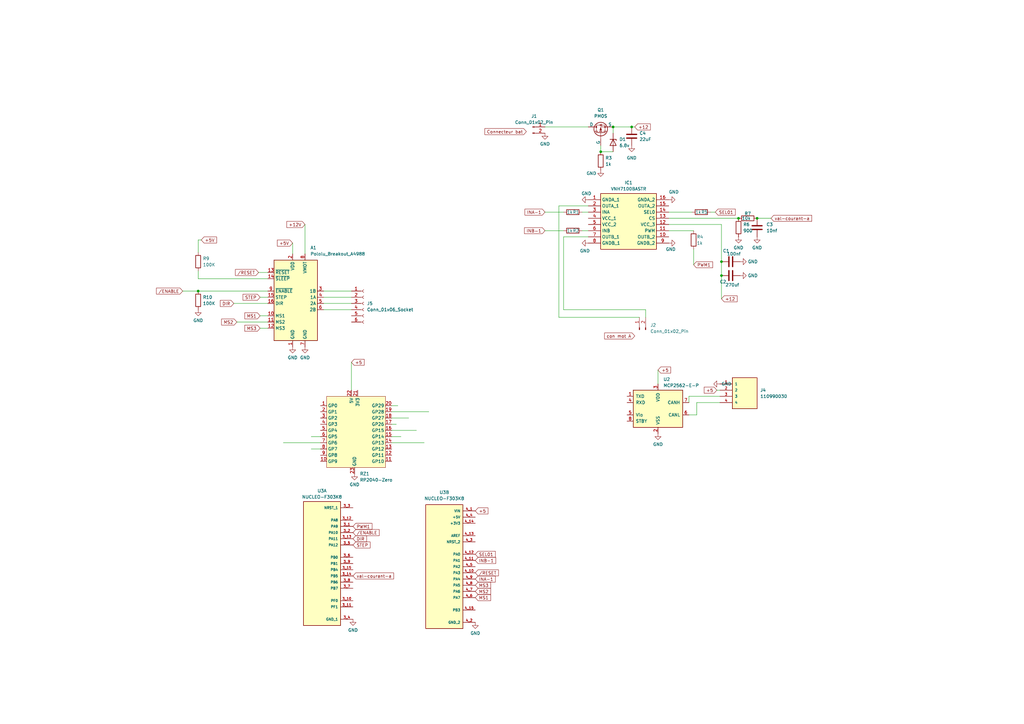
<source format=kicad_sch>
(kicad_sch (version 20230121) (generator eeschema)
  (paper "A3")
  (lib_symbols
    (symbol "110990030:110990030" (pin_names (offset 1.016))
      (property "Reference" "J" (at -5.08 5.842 0))
      (property "Value" "110990030" (at -5.08 -8.382 0))
      (symbol "110990030_0_0"
        (rectangle (start -5.08 -7.62) (end 5.08 5.08) (stroke (width 0.254)) (fill (type background)))
        (pin passive line (at -10.16 2.54 0) (length 5.08) (name "1") (number "1"))
        (pin passive line (at -10.16 0 0) (length 5.08) (name "2") (number "2"))
        (pin passive line (at -10.16 -2.54 0) (length 5.08) (name "3") (number "3"))
        (pin passive line (at -10.16 -5.08 0) (length 5.08) (name "4") (number "4"))
      )
    )
    (symbol "Connector:Conn_01x02_Pin" (pin_names (offset 1.016) hide)
      (property "Reference" "J" (at 0 2.54 0))
      (property "Value" "Conn_01x02_Pin" (at 0 -5.08 0))
      (symbol "Conn_01x02_Pin_1_1"
        (polyline (pts (xy 1.27 -2.54) (xy 0.8636 -2.54)) (stroke (width 0.1524)))
        (polyline (pts (xy 1.27 0) (xy 0.8636 0)) (stroke (width 0.1524)))
        (rectangle (start 0.8636 -2.413) (end 0 -2.667) (stroke (width 0.1524)) (fill (type outline)))
        (rectangle (start 0.8636 0.127) (end 0 -0.127) (stroke (width 0.1524)) (fill (type outline)))
        (pin passive line (at 5.08 0 180) (length 3.81) (name "Pin_1") (number "1"))
        (pin passive line (at 5.08 -2.54 180) (length 3.81) (name "Pin_2") (number "2"))
      )
    )
    (symbol "Connector:Conn_01x06_Socket" (pin_names (offset 1.016) hide)
      (property "Reference" "J" (at 0 7.62 0))
      (property "Value" "Conn_01x06_Socket" (at 0 -10.16 0))
      (symbol "Conn_01x06_Socket_1_1"
        (arc (start 0 -7.112) (mid -0.5058 -7.62) (end 0 -8.128) (stroke (width 0.1524)))
        (arc (start 0 -4.572) (mid -0.5058 -5.08) (end 0 -5.588) (stroke (width 0.1524)))
        (arc (start 0 -2.032) (mid -0.5058 -2.54) (end 0 -3.048) (stroke (width 0.1524)))
        (polyline (pts (xy -1.27 -7.62) (xy -0.508 -7.62)) (stroke (width 0.1524)))
        (polyline (pts (xy -1.27 -5.08) (xy -0.508 -5.08)) (stroke (width 0.1524)))
        (polyline (pts (xy -1.27 -2.54) (xy -0.508 -2.54)) (stroke (width 0.1524)))
        (polyline (pts (xy -1.27 0) (xy -0.508 0)) (stroke (width 0.1524)))
        (polyline (pts (xy -1.27 2.54) (xy -0.508 2.54)) (stroke (width 0.1524)))
        (polyline (pts (xy -1.27 5.08) (xy -0.508 5.08)) (stroke (width 0.1524)))
        (arc (start 0 0.508) (mid -0.5058 0) (end 0 -0.508) (stroke (width 0.1524)))
        (arc (start 0 3.048) (mid -0.5058 2.54) (end 0 2.032) (stroke (width 0.1524)))
        (arc (start 0 5.588) (mid -0.5058 5.08) (end 0 4.572) (stroke (width 0.1524)))
        (pin passive line (at -5.08 5.08 0) (length 3.81) (name "Pin_1") (number "1"))
        (pin passive line (at -5.08 2.54 0) (length 3.81) (name "Pin_2") (number "2"))
        (pin passive line (at -5.08 0 0) (length 3.81) (name "Pin_3") (number "3"))
        (pin passive line (at -5.08 -2.54 0) (length 3.81) (name "Pin_4") (number "4"))
        (pin passive line (at -5.08 -5.08 0) (length 3.81) (name "Pin_5") (number "5"))
        (pin passive line (at -5.08 -7.62 0) (length 3.81) (name "Pin_6") (number "6"))
      )
    )
    (symbol "Device:C" (pin_numbers hide) (pin_names (offset 0.254))
      (property "Reference" "C" (at 0.635 2.54 0))
      (property "Value" "C" (at 0.635 -2.54 0))
      (symbol "C_0_1"
        (polyline (pts (xy -2.032 -0.762) (xy 2.032 -0.762)) (stroke (width 0.508)))
        (polyline (pts (xy -2.032 0.762) (xy 2.032 0.762)) (stroke (width 0.508)))
      )
      (symbol "C_1_1"
        (pin passive line (at 0 3.81 270) (length 2.794) (name "~") (number "1"))
        (pin passive line (at 0 -3.81 90) (length 2.794) (name "~") (number "2"))
      )
    )
    (symbol "Device:D_Zener" (pin_numbers hide) (pin_names (offset 1.016) hide)
      (property "Reference" "D" (at 0 2.54 0))
      (property "Value" "D_Zener" (at 0 -2.54 0))
      (symbol "D_Zener_0_1"
        (polyline (pts (xy 1.27 0) (xy -1.27 0)))
        (polyline (pts (xy -1.27 -1.27) (xy -1.27 1.27) (xy -0.762 1.27)) (stroke (width 0.254)))
        (polyline (pts (xy 1.27 -1.27) (xy 1.27 1.27) (xy -1.27 0) (xy 1.27 -1.27)) (stroke (width 0.254)))
      )
      (symbol "D_Zener_1_1"
        (pin passive line (at -3.81 0 0) (length 2.54) (name "K") (number "1"))
        (pin passive line (at 3.81 0 180) (length 2.54) (name "A") (number "2"))
      )
    )
    (symbol "Device:R" (pin_numbers hide) (pin_names (offset 0))
      (property "Reference" "R" (at 2.032 0 90))
      (property "Value" "R" (at 0 0 90))
      (symbol "R_0_1"
        (rectangle (start -1.016 -2.54) (end 1.016 2.54) (stroke (width 0.254)))
      )
      (symbol "R_1_1"
        (pin passive line (at 0 3.81 270) (length 1.27) (name "~") (number "1"))
        (pin passive line (at 0 -3.81 90) (length 1.27) (name "~") (number "2"))
      )
    )
    (symbol "Driver_Motor:Pololu_Breakout_A4988"
      (property "Reference" "A" (at -2.54 19.05 0))
      (property "Value" "Pololu_Breakout_A4988" (at -2.54 16.51 0))
      (symbol "Pololu_Breakout_A4988_0_1"
        (rectangle (start 10.16 -17.78) (end -7.62 15.24) (stroke (width 0.254)) (fill (type background)))
      )
      (symbol "Pololu_Breakout_A4988_1_1"
        (pin power_in line (at 0 -20.32 90) (length 2.54) (name "GND") (number "1"))
        (pin input line (at -10.16 -7.62 0) (length 2.54) (name "MS1") (number "10"))
        (pin input line (at -10.16 -10.16 0) (length 2.54) (name "MS2") (number "11"))
        (pin input line (at -10.16 -12.7 0) (length 2.54) (name "MS3") (number "12"))
        (pin input line (at -10.16 10.16 0) (length 2.54) (name "~{RESET}") (number "13"))
        (pin input line (at -10.16 7.62 0) (length 2.54) (name "~{SLEEP}") (number "14"))
        (pin input line (at -10.16 0 0) (length 2.54) (name "STEP") (number "15"))
        (pin input line (at -10.16 -2.54 0) (length 2.54) (name "DIR") (number "16"))
        (pin power_in line (at 0 17.78 270) (length 2.54) (name "VDD") (number "2"))
        (pin output line (at 12.7 2.54 180) (length 2.54) (name "1B") (number "3"))
        (pin output line (at 12.7 0 180) (length 2.54) (name "1A") (number "4"))
        (pin output line (at 12.7 -2.54 180) (length 2.54) (name "2A") (number "5"))
        (pin output line (at 12.7 -5.08 180) (length 2.54) (name "2B") (number "6"))
        (pin power_in line (at 5.08 -20.32 90) (length 2.54) (name "GND") (number "7"))
        (pin power_in line (at 5.08 17.78 270) (length 2.54) (name "VMOT") (number "8"))
        (pin input line (at -10.16 2.54 0) (length 2.54) (name "~{ENABLE}") (number "9"))
      )
    )
    (symbol "Interface_CAN_LIN:MCP2562-E-P" (pin_names (offset 1.016))
      (property "Reference" "U" (at -10.16 8.89 0))
      (property "Value" "MCP2562-E-P" (at 2.54 8.89 0))
      (symbol "MCP2562-E-P_0_1"
        (rectangle (start -10.16 7.62) (end 10.16 -7.62) (stroke (width 0.254)) (fill (type background)))
      )
      (symbol "MCP2562-E-P_1_1"
        (pin input line (at -12.7 5.08 0) (length 2.54) (name "TXD") (number "1"))
        (pin power_in line (at 0 -10.16 90) (length 2.54) (name "VSS") (number "2"))
        (pin power_in line (at 0 10.16 270) (length 2.54) (name "VDD") (number "3"))
        (pin output line (at -12.7 2.54 0) (length 2.54) (name "RXD") (number "4"))
        (pin power_in line (at -12.7 -2.54 0) (length 2.54) (name "Vio") (number "5"))
        (pin bidirectional line (at 12.7 -2.54 180) (length 2.54) (name "CANL") (number "6"))
        (pin bidirectional line (at 12.7 2.54 180) (length 2.54) (name "CANH") (number "7"))
        (pin input line (at -12.7 -5.08 0) (length 2.54) (name "STBY") (number "8"))
      )
    )
    (symbol "NUCLEO-F303K8:NUCLEO-F303K8" (pin_names (offset 1.016))
      (property "Reference" "U" (at -7.6292 25.9456 0))
      (property "Value" "NUCLEO-F303K8" (at -7.6233 -27.7005 0))
      (symbol "NUCLEO-F303K8_1_0"
        (rectangle (start -7.62 -25.4) (end 7.62 25.4) (stroke (width 0.254)) (fill (type background)))
        (pin bidirectional line (at 12.7 15.24 180) (length 5.08) (name "PA9") (number "3_1"))
        (pin bidirectional line (at 12.7 -15.24 180) (length 5.08) (name "PF0") (number "3_10"))
        (pin bidirectional line (at 12.7 -17.78 180) (length 5.08) (name "PF1") (number "3_11"))
        (pin bidirectional line (at 12.7 17.78 180) (length 5.08) (name "PA8") (number "3_12"))
        (pin bidirectional line (at 12.7 10.16 180) (length 5.08) (name "PA11") (number "3_13"))
        (pin bidirectional line (at 12.7 -5.08 180) (length 5.08) (name "PB5") (number "3_14"))
        (pin bidirectional line (at 12.7 -2.54 180) (length 5.08) (name "PB4") (number "3_15"))
        (pin bidirectional line (at 12.7 12.7 180) (length 5.08) (name "PA10") (number "3_2"))
        (pin bidirectional line (at 12.7 22.86 180) (length 5.08) (name "NRST_1") (number "3_3"))
        (pin power_in line (at 12.7 -22.86 180) (length 5.08) (name "GND_1") (number "3_4"))
        (pin bidirectional line (at 12.7 7.62 180) (length 5.08) (name "PA12") (number "3_5"))
        (pin bidirectional line (at 12.7 2.54 180) (length 5.08) (name "PB0") (number "3_6"))
        (pin bidirectional line (at 12.7 -10.16 180) (length 5.08) (name "PB7") (number "3_7"))
        (pin bidirectional line (at 12.7 -7.62 180) (length 5.08) (name "PB6") (number "3_8"))
        (pin bidirectional line (at 12.7 0 180) (length 5.08) (name "PB1") (number "3_9"))
      )
      (symbol "NUCLEO-F303K8_2_0"
        (rectangle (start -7.62 -25.4) (end 7.62 25.4) (stroke (width 0.254)) (fill (type background)))
        (pin power_in line (at 12.7 22.86 180) (length 5.08) (name "VIN") (number "4_1"))
        (pin bidirectional line (at 12.7 -2.54 180) (length 5.08) (name "PA3") (number "4_10"))
        (pin bidirectional line (at 12.7 2.54 180) (length 5.08) (name "PA1") (number "4_11"))
        (pin bidirectional line (at 12.7 5.08 180) (length 5.08) (name "PA0") (number "4_12"))
        (pin bidirectional line (at 12.7 12.7 180) (length 5.08) (name "AREF") (number "4_13"))
        (pin power_in line (at 12.7 17.78 180) (length 5.08) (name "+3V3") (number "4_14"))
        (pin bidirectional line (at 12.7 -17.78 180) (length 5.08) (name "PB3") (number "4_15"))
        (pin power_in line (at 12.7 -22.86 180) (length 5.08) (name "GND_2") (number "4_2"))
        (pin bidirectional line (at 12.7 10.16 180) (length 5.08) (name "NRST_2") (number "4_3"))
        (pin power_in line (at 12.7 20.32 180) (length 5.08) (name "+5V") (number "4_4"))
        (pin bidirectional line (at 12.7 0 180) (length 5.08) (name "PA2") (number "4_5"))
        (pin bidirectional line (at 12.7 -12.7 180) (length 5.08) (name "PA7") (number "4_6"))
        (pin bidirectional line (at 12.7 -10.16 180) (length 5.08) (name "PA6") (number "4_7"))
        (pin bidirectional line (at 12.7 -7.62 180) (length 5.08) (name "PA5") (number "4_8"))
        (pin bidirectional line (at 12.7 -5.08 180) (length 5.08) (name "PA4") (number "4_9"))
      )
    )
    (symbol "Simulation_SPICE:PMOS" (pin_numbers hide) (pin_names (offset 0))
      (property "Reference" "Q" (at 5.08 1.27 0))
      (property "Value" "PMOS" (at 5.08 -1.27 0))
      (symbol "PMOS_0_1"
        (polyline (pts (xy 0.254 0) (xy -2.54 0)))
        (polyline (pts (xy 0.254 1.905) (xy 0.254 -1.905)) (stroke (width 0.254)))
        (polyline (pts (xy 0.762 -1.27) (xy 0.762 -2.286)) (stroke (width 0.254)))
        (polyline (pts (xy 0.762 0.508) (xy 0.762 -0.508)) (stroke (width 0.254)))
        (polyline (pts (xy 0.762 2.286) (xy 0.762 1.27)) (stroke (width 0.254)))
        (polyline (pts (xy 2.54 2.54) (xy 2.54 1.778)))
        (polyline (pts (xy 2.54 -2.54) (xy 2.54 0) (xy 0.762 0)))
        (polyline (pts (xy 0.762 1.778) (xy 3.302 1.778) (xy 3.302 -1.778) (xy 0.762 -1.778)))
        (polyline (pts (xy 2.286 0) (xy 1.27 0.381) (xy 1.27 -0.381) (xy 2.286 0)) (fill (type outline)))
        (polyline (pts (xy 2.794 -0.508) (xy 2.921 -0.381) (xy 3.683 -0.381) (xy 3.81 -0.254)))
        (polyline (pts (xy 3.302 -0.381) (xy 2.921 0.254) (xy 3.683 0.254) (xy 3.302 -0.381)))
        (circle (center 1.651 0) (radius 2.794) (stroke (width 0.254)))
        (circle (center 2.54 -1.778) (radius 0.254) (fill (type outline)))
        (circle (center 2.54 1.778) (radius 0.254) (fill (type outline)))
      )
      (symbol "PMOS_1_1"
        (pin passive line (at 2.54 5.08 270) (length 2.54) (name "D") (number "1"))
        (pin input line (at -5.08 0 0) (length 2.54) (name "G") (number "2"))
        (pin passive line (at 2.54 -5.08 90) (length 2.54) (name "S") (number "3"))
      )
    )
    (symbol "VNH7100BASTR:VNH7100BASTR"
      (property "Reference" "IC" (at 29.21 7.62 0))
      (property "Value" "VNH7100BASTR" (at 29.21 5.08 0))
      (symbol "VNH7100BASTR_1_1"
        (rectangle (start 5.08 2.54) (end 27.94 -20.32) (stroke (width 0.254)) (fill (type background)))
        (pin passive line (at 0 0 0) (length 5.08) (name "GNDA_1") (number "1"))
        (pin passive line (at 33.02 -15.24 180) (length 5.08) (name "OUTB_2") (number "10"))
        (pin passive line (at 33.02 -12.7 180) (length 5.08) (name "PWM") (number "11"))
        (pin passive line (at 33.02 -10.16 180) (length 5.08) (name "VCC_3") (number "12"))
        (pin passive line (at 33.02 -7.62 180) (length 5.08) (name "CS") (number "13"))
        (pin passive line (at 33.02 -5.08 180) (length 5.08) (name "SEL0") (number "14"))
        (pin passive line (at 33.02 -2.54 180) (length 5.08) (name "OUTA_2") (number "15"))
        (pin passive line (at 33.02 0 180) (length 5.08) (name "GNDA_2") (number "16"))
        (pin passive line (at 0 -2.54 0) (length 5.08) (name "OUTA_1") (number "2"))
        (pin passive line (at 0 -5.08 0) (length 5.08) (name "INA") (number "3"))
        (pin passive line (at 0 -7.62 0) (length 5.08) (name "VCC_1") (number "4"))
        (pin passive line (at 0 -10.16 0) (length 5.08) (name "VCC_2") (number "5"))
        (pin passive line (at 0 -12.7 0) (length 5.08) (name "INB") (number "6"))
        (pin passive line (at 0 -15.24 0) (length 5.08) (name "OUTB_1") (number "7"))
        (pin passive line (at 0 -17.78 0) (length 5.08) (name "GNDB_1") (number "8"))
        (pin passive line (at 33.02 -17.78 180) (length 5.08) (name "GNDB_2") (number "9"))
      )
    )
    (symbol "power:GND" (power) (pin_names (offset 0))
      (property "Value" "GND" (at 0 -3.81 0))
      (symbol "GND_0_1"
        (polyline (pts (xy 0 0) (xy 0 -1.27) (xy 1.27 -1.27) (xy 0 -2.54) (xy -1.27 -1.27) (xy 0 -1.27)))
      )
      (symbol "GND_1_1"
        (pin power_in line (at 0 0 270) (length 0) hide (name "GND") (number "1"))
      )
    )
    (symbol "rp2040-zero:RP2040-Zero"
      (property "Reference" "RZ" (at 0 0 0))
      (property "Value" "RP2040-Zero" (at 0 -2.54 0))
      (symbol "RP2040-Zero_0_1"
        (rectangle (start -11.43 -15.24) (end 12.7 13.97) (fill (type background)))
      )
      (symbol "RP2040-Zero_1_1"
        (pin bidirectional line (at -13.97 10.16 0) (length 2.54) (name "GP0") (number "1"))
        (pin bidirectional line (at -13.97 -12.7 0) (length 2.54) (name "GP9") (number "10"))
        (pin bidirectional line (at 15.24 -12.7 180) (length 2.54) (name "GP10") (number "11"))
        (pin bidirectional line (at 15.24 -10.16 180) (length 2.54) (name "GP11") (number "12"))
        (pin bidirectional line (at 15.24 -7.62 180) (length 2.54) (name "GP12") (number "13"))
        (pin bidirectional line (at 15.24 -5.08 180) (length 2.54) (name "GP13") (number "14"))
        (pin bidirectional line (at 15.24 -2.54 180) (length 2.54) (name "GP14") (number "15"))
        (pin bidirectional line (at 15.24 0 180) (length 2.54) (name "GP15") (number "16"))
        (pin bidirectional line (at 15.24 2.54 180) (length 2.54) (name "GP26") (number "17"))
        (pin bidirectional line (at 15.24 5.08 180) (length 2.54) (name "GP27") (number "18"))
        (pin bidirectional line (at 15.24 7.62 180) (length 2.54) (name "GP28") (number "19"))
        (pin bidirectional line (at -13.97 7.62 0) (length 2.54) (name "GP1") (number "2"))
        (pin bidirectional line (at 15.24 10.16 180) (length 2.54) (name "GP29") (number "20"))
        (pin power_in line (at 1.27 16.51 270) (length 2.54) (name "3V3") (number "21"))
        (pin power_in line (at -1.27 16.51 270) (length 2.54) (name "5V") (number "22"))
        (pin power_in line (at 0 -17.78 90) (length 2.54) (name "GND") (number "23"))
        (pin bidirectional line (at -13.97 5.08 0) (length 2.54) (name "GP2") (number "3"))
        (pin bidirectional line (at -13.97 2.54 0) (length 2.54) (name "GP3") (number "4"))
        (pin bidirectional line (at -13.97 0 0) (length 2.54) (name "GP4") (number "5"))
        (pin bidirectional line (at -13.97 -2.54 0) (length 2.54) (name "GP5") (number "6"))
        (pin bidirectional line (at -13.97 -5.08 0) (length 2.54) (name "GP6") (number "7"))
        (pin bidirectional line (at -13.97 -7.62 0) (length 2.54) (name "GP7") (number "8"))
        (pin bidirectional line (at -13.97 -10.16 0) (length 2.54) (name "GP8") (number "9"))
      )
    )
  )
  (junction (at 310.515 89.535))
  (junction (at 302.895 89.535))
  (junction (at 259.08 52.07))
  (junction (at 295.91 113.03))
  (junction (at 246.38 62.23))
  (junction (at 81.28 119.38))
  (junction (at 295.91 107.315))
  (junction (at 251.46 52.07))
  (wire (pts (xy 81.28 111.125) (xy 81.28 114.3)))
  (wire (pts (xy 132.715 121.92) (xy 144.145 121.92)))
  (wire (pts (xy 127.635 184.15) (xy 131.445 184.15)))
  (wire (pts (xy 164.465 179.07) (xy 160.655 179.07)))
  (wire (pts (xy 170.815 176.53) (xy 160.655 176.53)))
  (wire (pts (xy 175.895 168.91) (xy 160.655 168.91)))
  (wire (pts (xy 259.08 52.07) (xy 260.35 52.07)))
  (wire (pts (xy 246.38 62.23) (xy 246.38 59.69)))
  (wire (pts (xy 223.52 86.995) (xy 231.14 86.995)))
  (wire (pts (xy 284.48 102.235) (xy 284.48 108.585)))
  (wire (pts (xy 132.715 127) (xy 144.145 127)))
  (wire (pts (xy 106.68 134.62) (xy 109.855 134.62)))
  (wire (pts (xy 223.52 52.07) (xy 241.3 52.07)))
  (wire (pts (xy 274.32 89.535) (xy 302.895 89.535)))
  (wire (pts (xy 241.3 84.455) (xy 229.235 84.455)))
  (wire (pts (xy 120.015 99.695) (xy 120.015 104.14)))
  (wire (pts (xy 125.095 92.075) (xy 125.095 104.14)))
  (wire (pts (xy 274.32 86.995) (xy 283.845 86.995)))
  (wire (pts (xy 285.75 170.18) (xy 285.75 165.1)))
  (wire (pts (xy 163.195 166.37) (xy 160.655 166.37)))
  (wire (pts (xy 291.465 86.995) (xy 293.37 86.995)))
  (wire (pts (xy 282.575 165.1) (xy 282.575 162.56)))
  (wire (pts (xy 269.875 151.765) (xy 269.875 157.48)))
  (wire (pts (xy 229.235 84.455) (xy 229.235 130.175)))
  (wire (pts (xy 81.28 114.3) (xy 109.855 114.3)))
  (wire (pts (xy 106.68 121.92) (xy 109.855 121.92)))
  (wire (pts (xy 251.46 52.07) (xy 251.46 54.61)))
  (wire (pts (xy 246.38 62.23) (xy 251.46 62.23)))
  (wire (pts (xy 282.575 162.56) (xy 295.275 162.56)))
  (wire (pts (xy 116.205 181.61) (xy 131.445 181.61)))
  (wire (pts (xy 295.91 113.03) (xy 295.91 122.555)))
  (wire (pts (xy 238.76 86.995) (xy 241.3 86.995)))
  (wire (pts (xy 295.91 92.075) (xy 295.91 107.315)))
  (wire (pts (xy 97.155 132.08) (xy 109.855 132.08)))
  (wire (pts (xy 285.75 165.1) (xy 295.275 165.1)))
  (wire (pts (xy 295.275 160.02) (xy 294.005 160.02)))
  (wire (pts (xy 274.32 94.615) (xy 284.48 94.615)))
  (wire (pts (xy 81.28 103.505) (xy 81.28 98.425)))
  (wire (pts (xy 144.145 148.59) (xy 144.145 160.02)))
  (wire (pts (xy 106.045 111.76) (xy 109.855 111.76)))
  (wire (pts (xy 106.68 129.54) (xy 109.855 129.54)))
  (wire (pts (xy 132.715 124.46) (xy 144.145 124.46)))
  (wire (pts (xy 264.795 127) (xy 264.795 130.175)))
  (wire (pts (xy 231.14 97.155) (xy 231.14 127)))
  (wire (pts (xy 274.32 92.075) (xy 295.91 92.075)))
  (wire (pts (xy 231.14 127) (xy 264.795 127)))
  (wire (pts (xy 241.3 97.155) (xy 231.14 97.155)))
  (wire (pts (xy 95.885 124.46) (xy 109.855 124.46)))
  (wire (pts (xy 251.46 52.07) (xy 259.08 52.07)))
  (wire (pts (xy 282.575 170.18) (xy 285.75 170.18)))
  (wire (pts (xy 81.28 98.425) (xy 82.55 98.425)))
  (wire (pts (xy 223.52 94.615) (xy 231.14 94.615)))
  (wire (pts (xy 229.235 130.175) (xy 262.255 130.175)))
  (wire (pts (xy 238.76 94.615) (xy 241.3 94.615)))
  (wire (pts (xy 162.56 173.99) (xy 160.655 173.99)))
  (wire (pts (xy 81.28 119.38) (xy 109.855 119.38)))
  (wire (pts (xy 127.635 179.07) (xy 131.445 179.07)))
  (wire (pts (xy 132.715 119.38) (xy 144.145 119.38)))
  (wire (pts (xy 310.515 89.535) (xy 316.23 89.535)))
  (wire (pts (xy 74.93 119.38) (xy 81.28 119.38)))
  (wire (pts (xy 173.99 181.61) (xy 160.655 181.61)))
  (wire (pts (xy 295.91 107.315) (xy 295.91 113.03)))
  (wire (pts (xy 167.64 171.45) (xy 160.655 171.45)))
  (global_label "MS3" (shape input) (at 106.68 134.62 180) (property "Intersheetrefs" "${INTERSHEET_REFS}" (effects hide)))
  (global_label "INA-1" (shape input) (at 223.52 86.995 180) (property "Intersheetrefs" "${INTERSHEET_REFS}" (effects hide)))
  (global_label "INA-1" (shape input) (at 194.945 237.49 0) (property "Intersheetrefs" "${INTERSHEET_REFS}" (effects hide)))
  (global_label "MS2" (shape input) (at 97.155 132.08 180) (property "Intersheetrefs" "${INTERSHEET_REFS}" (effects hide)))
  (global_label "SEL01" (shape input) (at 194.945 227.33 0) (property "Intersheetrefs" "${INTERSHEET_REFS}" (effects hide)))
  (global_label "val-courant-a" (shape input) (at 316.23 89.535 0) (property "Intersheetrefs" "${INTERSHEET_REFS}" (effects hide)))
  (global_label "{slash}ENABLE" (shape input) (at 144.78 218.44 0) (property "Intersheetrefs" "${INTERSHEET_REFS}" (effects hide)))
  (global_label "MS2" (shape input) (at 194.945 242.57 0) (property "Intersheetrefs" "${INTERSHEET_REFS}" (effects hide)))
  (global_label "{slash}ENABLE" (shape input) (at 74.93 119.38 180) (property "Intersheetrefs" "${INTERSHEET_REFS}" (effects hide)))
  (global_label "{slash}RESET" (shape input) (at 194.945 234.95 0) (property "Intersheetrefs" "${INTERSHEET_REFS}" (effects hide)))
  (global_label "INB-1" (shape input) (at 223.52 94.615 180) (property "Intersheetrefs" "${INTERSHEET_REFS}" (effects hide)))
  (global_label "+5" (shape input) (at 144.145 148.59 0) (property "Intersheetrefs" "${INTERSHEET_REFS}" (effects hide)))
  (global_label "+5V" (shape input) (at 82.55 98.425 0) (property "Intersheetrefs" "${INTERSHEET_REFS}" (effects hide)))
  (global_label "INB-1" (shape input) (at 194.945 229.87 0) (property "Intersheetrefs" "${INTERSHEET_REFS}" (effects hide)))
  (global_label "val-courant-a" (shape input) (at 144.78 236.22 0) (property "Intersheetrefs" "${INTERSHEET_REFS}" (effects hide)))
  (global_label "PWM1" (shape input) (at 144.78 215.9 0) (property "Intersheetrefs" "${INTERSHEET_REFS}" (effects hide)))
  (global_label "+5V" (shape input) (at 120.015 99.695 180) (property "Intersheetrefs" "${INTERSHEET_REFS}" (effects hide)))
  (global_label "+5" (shape input) (at 269.875 151.765 0) (property "Intersheetrefs" "${INTERSHEET_REFS}" (effects hide)))
  (global_label "MS3" (shape input) (at 194.945 240.03 0) (property "Intersheetrefs" "${INTERSHEET_REFS}" (effects hide)))
  (global_label "+12" (shape input) (at 295.91 122.555 0) (property "Intersheetrefs" "${INTERSHEET_REFS}" (effects hide)))
  (global_label "+12" (shape input) (at 260.35 52.07 0) (property "Intersheetrefs" "${INTERSHEET_REFS}" (effects hide)))
  (global_label "+12V" (shape input) (at 125.095 92.075 180) (property "Intersheetrefs" "${INTERSHEET_REFS}" (effects hide)))
  (global_label "con mot A" (shape input) (at 260.35 137.795 180) (property "Intersheetrefs" "${INTERSHEET_REFS}" (effects hide)))
  (global_label "SEL01" (shape input) (at 293.37 86.995 0) (property "Intersheetrefs" "${INTERSHEET_REFS}" (effects hide)))
  (global_label "STEP" (shape input) (at 106.68 121.92 180) (property "Intersheetrefs" "${INTERSHEET_REFS}" (effects hide)))
  (global_label "MS1" (shape input) (at 194.945 245.11 0) (property "Intersheetrefs" "${INTERSHEET_REFS}" (effects hide)))
  (global_label "STEP" (shape input) (at 144.78 223.52 0) (property "Intersheetrefs" "${INTERSHEET_REFS}" (effects hide)))
  (global_label "+5" (shape input) (at 194.945 209.55 0) (property "Intersheetrefs" "${INTERSHEET_REFS}" (effects hide)))
  (global_label "{slash}RESET" (shape input) (at 106.045 111.76 180) (property "Intersheetrefs" "${INTERSHEET_REFS}" (effects hide)))
  (global_label "MS1" (shape input) (at 106.68 129.54 180) (property "Intersheetrefs" "${INTERSHEET_REFS}" (effects hide)))
  (global_label "Connecteur bat" (shape input) (at 215.9 53.975 180) (property "Intersheetrefs" "${INTERSHEET_REFS}" (effects hide)))
  (global_label "PWM1" (shape input) (at 284.48 108.585 0) (property "Intersheetrefs" "${INTERSHEET_REFS}" (effects hide)))
  (global_label "DIR" (shape input) (at 144.78 220.98 0) (property "Intersheetrefs" "${INTERSHEET_REFS}" (effects hide)))
  (global_label "+5" (shape input) (at 294.005 160.02 180) (property "Intersheetrefs" "${INTERSHEET_REFS}" (effects hide)))
  (global_label "DIR" (shape input) (at 95.885 124.46 180) (property "Intersheetrefs" "${INTERSHEET_REFS}" (effects hide)))
  (symbol (lib_id "power:GND") (at 194.945 255.27 0) (unit 1)
    (property "Reference" "#PWR011" (effects hide))
    (property "Value" "GND" (at 194.945 259.715 0))
  )
  (symbol (lib_id "power:GND") (at 274.32 99.695 90) (unit 1)
    (property "Reference" "#PWR06" (effects hide))
    (property "Value" "GND" (at 273.05 102.235 90) (effects (justify right)))
  )
  (symbol (lib_id "power:GND") (at 81.28 127 0) (unit 1)
    (property "Reference" "#PWR021" (effects hide))
    (property "Value" "GND" (at 81.28 131.445 0))
  )
  (symbol (lib_id "power:GND") (at 223.52 54.61 0) (unit 1)
    (property "Reference" "#PWR01" (effects hide))
    (property "Value" "GND" (at 223.52 59.055 0))
  )
  (symbol (lib_id "power:GND") (at 241.3 81.915 270) (unit 1)
    (property "Reference" "#PWR02" (effects hide))
    (property "Value" "GND" (at 242.57 79.375 90) (effects (justify right)))
  )
  (symbol (lib_id "Device:R") (at 246.38 66.04 0) (unit 1)
    (property "Reference" "R3" (at 248.285 64.77 0) (effects (justify left)))
    (property "Value" "1k" (at 248.285 67.31 0) (effects (justify left)))
  )
  (symbol (lib_id "Device:R") (at 287.655 86.995 90) (unit 1)
    (property "Reference" "R5" (at 288.925 86.995 90))
    (property "Value" "1k" (at 286.385 86.995 90))
  )
  (symbol (lib_id "Device:C") (at 299.72 107.315 90) (unit 1)
    (property "Reference" "C1" (at 297.815 102.87 90))
    (property "Value" "100nf" (at 300.99 104.14 90))
  )
  (symbol (lib_id "Connector:Conn_01x02_Pin") (at 262.255 135.255 90) (unit 1)
    (property "Reference" "J2" (at 266.7 133.35 90) (effects (justify right)))
    (property "Value" "Conn_01x02_Pin" (at 266.7 135.89 90) (effects (justify right)))
  )
  (symbol (lib_id "NUCLEO-F303K8:NUCLEO-F303K8") (at 182.245 232.41 0) (unit 2)
    (property "Reference" "U3" (at 182.245 201.93 0))
    (property "Value" "NUCLEO-F303K8" (at 182.245 204.47 0))
    (property "PARTREV" "5" (effects hide))
  )
  (symbol (lib_id "Device:R") (at 284.48 98.425 0) (unit 1)
    (property "Reference" "R4" (at 285.75 97.155 0) (effects (justify left)))
    (property "Value" "1k" (at 285.75 99.695 0) (effects (justify left)))
  )
  (symbol (lib_id "Connector:Conn_01x06_Socket") (at 149.225 124.46 0) (unit 1)
    (property "Reference" "J5" (at 150.495 124.46 0) (effects (justify left)))
    (property "Value" "Conn_01x06_Socket" (at 150.495 127 0) (effects (justify left)))
  )
  (symbol (lib_id "Device:R") (at 234.95 86.995 90) (unit 1)
    (property "Reference" "R1" (at 236.22 86.995 90))
    (property "Value" "1k" (at 233.68 86.995 90))
  )
  (symbol (lib_id "Simulation_SPICE:PMOS") (at 246.38 54.61 90) (unit 1)
    (property "Reference" "Q1" (at 246.38 45.085 90))
    (property "Value" "PMOS" (at 246.38 47.625 90))
    (property "Datasheet" "https://ngspice.sourceforge.io/docs/ngspice-manual.pdf" (effects hide))
    (property "Sim.Device" "PMOS" (effects hide))
    (property "Sim.Type" "VDMOS" (effects hide))
    (property "Sim.Pins" "1=D 2=G 3=S" (effects hide))
  )
  (symbol (lib_id "Device:C") (at 259.08 55.88 0) (unit 1)
    (property "Reference" "C4" (at 262.255 54.61 0) (effects (justify left)))
    (property "Value" "22uF" (at 262.255 57.15 0) (effects (justify left)))
  )
  (symbol (lib_id "power:GND") (at 310.515 97.155 0) (unit 1)
    (property "Reference" "#PWR012" (effects hide))
    (property "Value" "GND" (at 310.515 101.6 0))
  )
  (symbol (lib_id "power:GND") (at 303.53 107.315 90) (unit 1)
    (property "Reference" "#PWR09" (effects hide))
    (property "Value" "GND" (at 306.705 107.315 90) (effects (justify right)))
  )
  (symbol (lib_id "power:GND") (at 259.08 59.69 0) (unit 1)
    (property "Reference" "#PWR019" (effects hide))
    (property "Value" "GND" (at 259.08 64.77 0))
  )
  (symbol (lib_id "Device:R") (at 306.705 89.535 90) (unit 1)
    (property "Reference" "R7" (at 306.705 87.63 90))
    (property "Value" "10k" (at 306.07 89.535 90))
  )
  (symbol (lib_id "power:GND") (at 303.53 113.03 90) (unit 1)
    (property "Reference" "#PWR010" (effects hide))
    (property "Value" "GND" (at 306.705 113.03 90) (effects (justify right)))
  )
  (symbol (lib_id "Driver_Motor:Pololu_Breakout_A4988") (at 120.015 121.92 0) (unit 1)
    (property "Reference" "A1" (at 127.2891 101.6 0) (effects (justify left)))
    (property "Value" "Pololu_Breakout_A4988" (at 127.2891 104.14 0) (effects (justify left)))
    (property "Footprint" "Module:Pololu_Breakout-16_15.2x20.3mm" (effects hide))
    (property "Datasheet" "https://www.pololu.com/product/2980/pictures" (effects hide))
  )
  (symbol (lib_id "Device:R") (at 302.895 93.345 0) (unit 1)
    (property "Reference" "R6" (at 304.8 92.075 0) (effects (justify left)))
    (property "Value" "900" (at 304.8 94.615 0) (effects (justify left)))
  )
  (symbol (lib_id "power:GND") (at 269.875 177.8 0) (unit 1)
    (property "Reference" "#PWR015" (effects hide))
    (property "Value" "GND" (at 269.875 182.245 0))
  )
  (symbol (lib_id "Connector:Conn_01x02_Pin") (at 218.44 52.07 0) (unit 1)
    (property "Reference" "J1" (at 219.075 47.625 0))
    (property "Value" "Conn_01x02_Pin" (at 219.075 50.165 0))
  )
  (symbol (lib_id "Device:R") (at 81.28 107.315 0) (unit 1)
    (property "Reference" "R9" (at 83.185 106.045 0) (effects (justify left)))
    (property "Value" "100K" (at 83.185 108.585 0) (effects (justify left)))
  )
  (symbol (lib_id "Device:R") (at 234.95 94.615 90) (unit 1)
    (property "Reference" "R2" (at 236.22 94.615 90))
    (property "Value" "1k" (at 233.68 94.615 90))
  )
  (symbol (lib_id "Device:D_Zener") (at 251.46 58.42 270) (unit 1)
    (property "Reference" "D1" (at 254 57.15 90) (effects (justify left)))
    (property "Value" "6.8v" (at 254 59.69 90) (effects (justify left)))
  )
  (symbol (lib_id "power:GND") (at 120.015 142.24 0) (unit 1)
    (property "Reference" "#PWR018" (effects hide))
    (property "Value" "GND" (at 120.015 146.685 0))
  )
  (symbol (lib_id "power:GND") (at 145.415 194.31 0) (unit 1)
    (property "Reference" "#PWR013" (effects hide))
    (property "Value" "GND" (at 145.415 198.755 0))
  )
  (symbol (lib_id "power:GND") (at 125.095 142.24 0) (unit 1)
    (property "Reference" "#PWR017" (effects hide))
    (property "Value" "GND" (at 125.095 146.685 0))
  )
  (symbol (lib_id "110990030:110990030") (at 305.435 160.02 0) (unit 1)
    (property "Reference" "J4" (at 311.785 160.02 0) (effects (justify left)))
    (property "Value" "110990030" (at 311.785 162.56 0) (effects (justify left)))
    (property "Description" "\n" (effects hide))
  )
  (symbol (lib_id "Device:R") (at 81.28 123.19 0) (unit 1)
    (property "Reference" "R10" (at 83.185 121.92 0) (effects (justify left)))
    (property "Value" "100K" (at 83.185 124.46 0) (effects (justify left)))
  )
  (symbol (lib_id "power:GND") (at 295.275 157.48 270) (unit 1)
    (property "Reference" "#PWR016" (effects hide))
    (property "Value" "GND" (at 295.91 157.48 90) (effects (justify left)))
  )
  (symbol (lib_id "Interface_CAN_LIN:MCP2562-E-P") (at 269.875 167.64 0) (unit 1)
    (property "Reference" "U2" (at 272.0691 155.575 0) (effects (justify left)))
    (property "Value" "MCP2562-E-P" (at 272.0691 158.115 0) (effects (justify left)))
    (property "Footprint" "Package_DIP:DIP-8_W7.62mm" (effects hide))
    (property "Datasheet" "http://ww1.microchip.com/downloads/en/DeviceDoc/25167A.pdf" (effects hide))
  )
  (symbol (lib_id "VNH7100BASTR:VNH7100BASTR") (at 241.3 81.915 0) (unit 1)
    (property "Reference" "IC1" (at 257.81 74.93 0))
    (property "Value" "VNH7100BASTR" (at 257.81 77.47 0))
    (property "Footprint" "SOIC127P600X175-16N" (effects hide))
    (property "Datasheet" "https://www.st.com/resource/en/datasheet/dm00314832.pdf" (effects hide))
    (property "Height" "1.75" (effects hide))
    (property "Manufacturer_Name" "STMicroelectronics" (effects hide))
    (property "Manufacturer_Part_Number" "VNH7100BASTR" (effects hide))
    (property "Mouser Part Number" "511-VNH7100BASTR" (effects hide))
    (property "Mouser Price/Stock" "https://www.mouser.co.uk/ProductDetail/STMicroelectronics/VNH7100BASTR?qs=5aG0NVq1C4zGSYti1WIHtQ%3D%3D" (effects hide))
    (property "Arrow Part Number" "VNH7100BASTR" (effects hide))
    (property "Arrow Price/Stock" "https://www.arrow.com/en/products/vnh7100bastr/stmicroelectronics?region=nac" (effects hide))
  )
  (symbol (lib_id "Device:C") (at 299.72 113.03 90) (unit 1)
    (property "Reference" "C2" (at 296.545 115.57 90))
    (property "Value" "270uf" (at 300.355 116.84 90))
  )
  (symbol (lib_id "NUCLEO-F303K8:NUCLEO-F303K8") (at 132.08 231.14 0) (unit 1)
    (property "Reference" "U3" (at 132.08 201.295 0))
    (property "Value" "NUCLEO-F303K8" (at 132.08 203.835 0))
    (property "PARTREV" "5" (effects hide))
  )
  (symbol (lib_id "power:GND") (at 144.78 254 0) (unit 1)
    (property "Reference" "#PWR07" (effects hide))
    (property "Value" "GND" (at 144.78 258.445 0))
  )
  (symbol (lib_id "power:GND") (at 302.895 97.155 0) (unit 1)
    (property "Reference" "#PWR08" (effects hide))
    (property "Value" "GND" (at 302.895 101.6 0))
  )
  (symbol (lib_id "Device:C") (at 310.515 93.345 0) (unit 1)
    (property "Reference" "C3" (at 314.325 92.075 0) (effects (justify left)))
    (property "Value" "10nf" (at 314.325 94.615 0) (effects (justify left)))
  )
  (symbol (lib_id "power:GND") (at 246.38 69.85 0) (unit 1)
    (property "Reference" "#PWR04" (effects hide))
    (property "Value" "GND" (at 242.57 71.12 0))
  )
  (symbol (lib_id "power:GND") (at 274.32 81.915 90) (unit 1)
    (property "Reference" "#PWR05" (effects hide))
    (property "Value" "GND" (at 274.32 78.74 90) (effects (justify right)))
  )
  (symbol (lib_id "rp2040-zero:RP2040-Zero") (at 145.415 176.53 0) (unit 1)
    (property "Reference" "RZ1" (at 147.6091 194.31 0) (effects (justify left)))
    (property "Value" "RP2040-Zero" (at 147.6091 196.85 0) (effects (justify left)))
  )
  (symbol (lib_id "power:GND") (at 241.3 99.695 270) (unit 1)
    (property "Reference" "#PWR03" (effects hide))
    (property "Value" "GND" (at 241.935 102.87 90) (effects (justify right)))
  )
)
</source>
